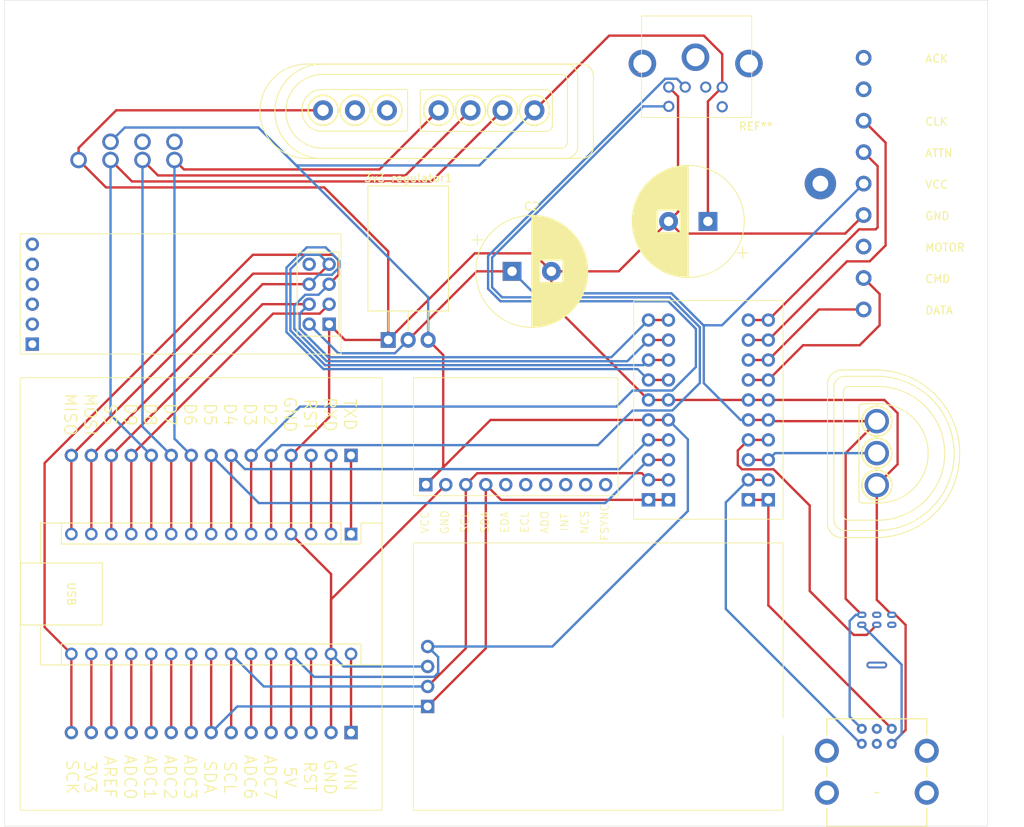
<source format=kicad_pcb>
(kicad_pcb (version 20240108) (generator "pcbnew") (generator_version "8.0")
  (layers (0 "F.Cu" signal) (31 "B.Cu" signal) (34 "B.Paste" user) (35 "F.Paste" user) (36 "B.SilkS" user "B.Silkscreen") (37 "F.SilkS" user "F.Silkscreen") (38 "B.Mask" user) (39 "F.Mask" user) (44 "Edge.Cuts" user))
  (net 0 "")
  (net 1 "Net-(3v3_regulator1-VI)")
  (net 2 "Net-(3v3_regulator1-GND)")
  (net 3 "Net-(3v3_regulator1-VO)")
  (net 4 "Net-(A1-D7)")
  (net 5 "Net-(A1-D9)")
  (net 6 "unconnected-(A1-~{RESET}-Pad3)")
  (net 7 "unconnected-(A1-~{RESET}-Pad28)")
  (net 8 "unconnected-(A1-A3-Pad22)")
  (net 9 "unconnected-(A1-3V3-Pad17)")
  (net 10 "Net-(A1-D5)")
  (net 11 "Net-(A1-A5)")
  (net 12 "Net-(A1-D3)")
  (net 13 "unconnected-(A1-A2-Pad21)")
  (net 14 "unconnected-(A1-A6-Pad25)")
  (net 15 "Net-(A1-D11)")
  (net 16 "Net-(A1-D12)")
  (net 17 "unconnected-(A1-A1-Pad20)")
  (net 18 "Net-(A1-D8)")
  (net 19 "unconnected-(A1-AREF-Pad18)")
  (net 20 "Net-(A1-D4)")
  (net 21 "Net-(A1-D2)")
  (net 22 "Net-(A1-D10)")
  (net 23 "Net-(A1-D13)")
  (net 24 "unconnected-(A1-A0-Pad19)")
  (net 25 "unconnected-(A1-A7-Pad26)")
  (net 26 "Net-(A1-D6)")
  (net 27 "unconnected-(A1-VIN-Pad30)")
  (net 28 "unconnected-(A1-D1{slash}TX-Pad1)")
  (net 29 "Net-(A1-A4)")
  (net 30 "unconnected-(A1-D0{slash}RX-Pad2)")
  (net 32 "Net-(Gamecube1-DATA)")
  (net 40 "Net-(N64_controller1-DATA)")
  (net 41 "Net-(U2-LV2)")
  (net 42 "Net-(U2-LV1)")
  (net 44 "Net-(Playstation1-DATA)")
  (net 47 "Net-(Playstation1-ATTN)")
  (net 48 "Net-(Playstation1-CLK)")
  (net 49 "Net-(Playstation1-CMD)")
  (footprint "Footprints_cez:1.5 inch oled" (layer "F.Cu") (at 121.963 117.456 90)
    (property "Reference" "Display1" (hide yes))
    (property "Value" "~")
  )
  (footprint "Footprints_cez:CONN_WII" (layer "F.Cu") (at 190.64675 129.794 180)
    (property "Reference" "wii1" (hide yes))
    (property "Value" "~")
  )
  (footprint "MountingHole:MountingHole_3.2mm_M3" (layer "F.Cu") (at 175.26 51.816)
    (property "Reference" "REF**")
    (property "Value" "MountingHole_3.2mm_M3")
  )
  (footprint "MountingHole:MountingHole_3.2mm_M3" (layer "F.Cu") (at 99.822 107.442)
    (property "Reference" "REF**" (hide yes))
    (property "Value" "MountingHole_3.2mm_M3")
  )
  (footprint "Footprints_cez:Playstation 2 controller 180" (layer "F.Cu") (at 194.17 51.571)
    (property "Reference" "Playstation1" (hide yes))
    (property "Value" "~" (hide yes))
  )
  (footprint "Capacitor_THT:CP_Radial_D14.0mm_P5.00mm" (layer "F.Cu") (at 144.272 66.04)
    (property "Reference" "C2")
    (property "Value" "CP_Radial_D10.0mm_P5.00mm")
  )
  (footprint "MountingHole:MountingHole_3.2mm_M3" (layer "F.Cu") (at 88.646 59.182)
    (property "Reference" "REF**" (hide yes))
    (property "Value" "MountingHole_3.2mm_M3")
  )
  (footprint "Footprints_cez:snes_controller_v2" (layer "F.Cu") (at 134.621 52.50075 180)
    (property "Reference" "Snes1" (hide yes))
    (property "Value" "~" (hide yes))
  )
  (footprint "Package_TO_SOT_THT:TO-220-3_Horizontal_TabDown" (layer "F.Cu") (at 128.524 74.762)
    (property "Reference" "3v3_regulator1")
    (property "Value" "LD1117V33")
  )
  (footprint "Footprints_cez:N64_controller" (layer "F.Cu") (at 206.083 89.09 -90)
    (property "Reference" "N64_controller1" (hide yes))
    (property "Value" "~")
  )
  (footprint "Footprints_cez:MPU6500" (layer "F.Cu") (at 127.165 87.922143 90)
    (property "Reference" "MPU1" (hide yes))
    (property "Value" "~" (hide yes))
  )
  (footprint "Footprints_cez:Gamecube controller" (layer "F.Cu") (at 190.55675 104.982)
    (property "Reference" "Gamecube1" (hide yes))
    (property "Value" "~" (hide yes))
  )
  (footprint "MountingHole:MountingHole_3.2mm_M3" (layer "F.Cu") (at 199.898 76.2)
    (property "Reference" "REF**" (hide yes))
    (property "Value" "MountingHole_3.2mm_M3")
  )
  (footprint "Capacitor_THT:CP_Radial_D14.0mm_P5.00mm" (layer "F.Cu") (at 169.175729 59.69 180)
    (property "Reference" "C1")
    (property "Value" "CP_Radial_D10.0mm_P5.00mm")
  )
  (footprint "Footprints_cez:ps_2 connector" (layer "F.Cu") (at 167.594 52.815 180)
    (property "Reference" "ps/2_connector1" (hide yes))
    (property "Value" "~" (hide yes))
  )
  (footprint "Footprints_cez:8 Channel Logic Level Converter" (layer "F.Cu") (at 188.287 110.4615 180)
    (property "Reference" "U2" (hide yes))
    (property "Value" "~" (hide yes))
  )
  (footprint "Footprints_cez:Nes_controller_90_degree" (layer "F.Cu") (at 97.282 64.2752 180)
    (property "Reference" "Nes1" (hide yes))
    (property "Value" "~" (hide yes))
  )
  (footprint "Footprints_cez:nRF24L01_big" (layer "F.Cu") (at 121.013 72.755 180)
    (property "Reference" "NRF1" (hide yes))
    (property "Value" "NRF24L01_Big" (hide yes))
  )
  (footprint "MountingHole:MountingHole_3.2mm_M3" (layer "F.Cu") (at 177.546 123.952)
    (property "Reference" "REF**" (hide yes))
    (property "Value" "MountingHole_3.2mm_M3")
  )
  (footprint "Footprints_cez:Arduino nano breakout" (layer "F.Cu") (at 123.797 99.444857 -90)
    (property "Reference" "A1" (hide yes))
    (property "Value" "Arduino_Nano_v3.x")
  )
  (gr_line (start 79.7365 136.564857) (end 79.7365 33.564857) (stroke (width 0.05)) (layer "Edge.Cuts"))
  (gr_line (start 204.7365 33.564857) (end 204.7365 136.564857) (stroke (width 0.05)) (layer "Edge.Cuts"))
  (gr_line (start 204.7365 31.564857) (end 204.7365 33.564857) (stroke (width 0.05)) (layer "Edge.Cuts"))
  (gr_line (start 204.7365 136.564857) (end 79.7365 136.564857) (stroke (width 0.05)) (layer "Edge.Cuts"))
  (gr_line (start 79.7365 31.564857) (end 79.7365 33.564857) (stroke (width 0.05)) (layer "Edge.Cuts"))
  (gr_line (start 204.7365 31.564857) (end 79.7365 31.564857) (stroke (width 0.05)) (layer "Edge.Cuts"))
  (segment (start 116.177 114.684857) (end 116.177 124.685) (width 0.3) (layer "F.Cu") (net 1))
  (segment (start 135.519 90.954) (end 133.312 93.161) (width 0.3) (layer "F.Cu") (net 1))
  (segment (start 133.312 93.161) (end 141.5385 84.9345) (width 0.3) (layer "F.Cu") (net 1))
  (segment (start 141.5385 84.9345) (end 161.617 84.9345) (width 0.3) (layer "F.Cu") (net 1))
  (segment (start 133.604 74.762) (end 135.519 76.677) (width 0.3) (layer "F.Cu") (net 1))
  (segment (start 147.121 45.56475) (end 156.61775 36.068) (width 0.3) (layer "F.Cu") (net 1))
  (segment (start 170.994 38.406) (end 170.994 42.615) (width 0.3) (layer "F.Cu") (net 1))
  (segment (start 164.157 84.9345) (end 161.617 84.9345) (width 0.3) (layer "F.Cu") (net 1))
  (segment (start 170.994 42.615) (end 169.175729 44.433271) (width 0.3) (layer "F.Cu") (net 1))
  (segment (start 135.519 76.677) (end 135.519 90.954) (width 0.3) (layer "F.Cu") (net 1))
  (segment (start 169.175729 44.433271) (end 169.175729 59.69) (width 0.3) (layer "F.Cu") (net 1))
  (segment (start 156.61775 36.068) (end 168.656 36.068) (width 0.3) (layer "F.Cu") (net 1))
  (segment (start 168.656 36.068) (end 170.994 38.406) (width 0.3) (layer "F.Cu") (net 1))
  (segment (start 116.84 52.578) (end 133.604 69.342) (width 0.3) (layer "B.Cu") (net 1))
  (segment (start 93.218 49.5686) (end 95.0346 47.752) (width 0.3) (layer "B.Cu") (net 1))
  (segment (start 95.0346 47.752) (end 112.014 47.752) (width 0.3) (layer "B.Cu") (net 1))
  (segment (start 149.399 113.745) (end 133.537 113.745) (width 0.3) (layer "B.Cu") (net 1))
  (segment (start 166.624 96.52) (end 149.399 113.745) (width 0.3) (layer "B.Cu") (net 1))
  (segment (start 134.365999 117.602) (end 119.094143 117.602) (width 0.3) (layer "B.Cu") (net 1))
  (segment (start 147.121 45.56475) (end 140.10775 52.578) (width 0.3) (layer "B.Cu") (net 1))
  (segment (start 133.537 113.745) (end 134.874 115.082) (width 0.3) (layer "B.Cu") (net 1))
  (segment (start 133.604 69.342) (end 133.604 74.762) (width 0.3) (layer "B.Cu") (net 1))
  (segment (start 112.014 47.752) (end 116.84 52.578) (width 0.3) (layer "B.Cu") (net 1))
  (segment (start 134.874 115.082) (end 134.874 117.093999) (width 0.3) (layer "B.Cu") (net 1))
  (segment (start 119.094143 117.602) (end 116.177 114.684857) (width 0.3) (layer "B.Cu") (net 1))
  (segment (start 134.874 117.093999) (end 134.365999 117.602) (width 0.3) (layer "B.Cu") (net 1))
  (segment (start 166.624 87.4015) (end 166.624 96.52) (width 0.3) (layer "B.Cu") (net 1))
  (segment (start 164.157 84.9345) (end 166.624 87.4015) (width 0.3) (layer "B.Cu") (net 1))
  (segment (start 140.10775 52.578) (end 116.84 52.578) (width 0.3) (layer "B.Cu") (net 1))
  (segment (start 191.6145 82.3945) (end 176.857 82.3945) (width 0.3) (layer "F.Cu") (net 2))
  (segment (start 121.257 104.524857) (end 116.177 99.444857) (width 0.3) (layer "F.Cu") (net 2))
  (segment (start 120.237 45.56475) (end 93.942607 45.56475) (width 0.3) (layer "F.Cu") (net 2))
  (segment (start 89.154 50.353357) (end 89.154 51.88) (width 0.3) (layer "F.Cu") (net 2))
  (segment (start 128.524 63.5) (end 128.524 74.762) (width 0.3) (layer "F.Cu") (net 2))
  (segment (start 149.272 66.04) (end 157.825729 66.04) (width 0.3) (layer "F.Cu") (net 2))
  (segment (start 128.524 74.762) (end 123.02 74.762) (width 0.3) (layer "F.Cu") (net 2))
  (segment (start 121.257 107.756) (end 121.257 114.684857) (width 0.3) (layer "F.Cu") (net 2))
  (segment (start 121.013 84.609) (end 116.177 89.445) (width 0.3) (layer "F.Cu") (net 2))
  (segment (start 116.177 89.445) (end 116.177 99.444857) (width 0.3) (layer "F.Cu") (net 2))
  (segment (start 193.294 90.571) (end 193.294 84.074) (width 0.3) (layer "F.Cu") (net 2))
  (segment (start 190.647 93.218) (end 193.294 90.571) (width 0.3) (layer "F.Cu") (net 2))
  (segment (start 165.725729 61.24) (end 186.624 61.24) (width 0.3) (layer "F.Cu") (net 2))
  (segment (start 190.647 107.80225) (end 192.55675 109.712) (width 0.3) (layer "F.Cu") (net 2))
  (segment (start 176.857 82.3945) (end 174.317 82.3945) (width 0.3) (layer "F.Cu") (net 2))
  (segment (start 164.175729 59.69) (end 165.725729 61.24) (width 0.3) (layer "F.Cu") (net 2))
  (segment (start 135.852 93.161) (end 121.257 107.756) (width 0.3) (layer "F.Cu") (net 2))
  (segment (start 149.272 66.04) (end 149.272 70.0495) (width 0.3) (layer "F.Cu") (net 2))
  (segment (start 164.175729 59.69) (end 165.375729 58.49) (width 0.3) (layer "F.Cu") (net 2))
  (segment (start 149.272 66.04) (end 146.986 63.754) (width 0.3) (layer "F.Cu") (net 2))
  (segment (start 190.647 93.218) (end 190.647 107.80225) (width 0.3) (layer "F.Cu") (net 2))
  (segment (start 123.02 74.762) (end 121.013 72.755) (width 0.3) (layer "F.Cu") (net 2))
  (segment (start 165.375729 43.796729) (end 164.194 42.615) (width 0.3) (layer "F.Cu") (net 2))
  (segment (start 149.272 70.0495) (end 161.617 82.3945) (width 0.3) (layer "F.Cu") (net 2))
  (segment (start 193.024 109.712) (end 194.31 110.998) (width 0.3) (layer "F.Cu") (net 2))
  (segment (start 146.986 63.754) (end 139.532 63.754) (width 0.3) (layer "F.Cu") (net 2))
  (segment (start 193.294 84.074) (end 191.6145 82.3945) (width 0.3) (layer "F.Cu") (net 2))
  (segment (start 194.31 110.998) (end 194.31 124.35275) (width 0.3) (layer "F.Cu") (net 2))
  (segment (start 93.942607 45.56475) (end 89.154 50.353357) (width 0.3) (layer "F.Cu") (net 2))
  (segment (start 164.157 82.3945) (end 174.317 82.3945) (width 0.3) (layer "F.Cu") (net 2))
  (segment (start 157.825729 66.04) (end 164.175729 59.69) (width 0.3) (layer "F.Cu") (net 2))
  (segment (start 165.375729 58.49) (end 165.375729 43.796729) (width 0.3) (layer "F.Cu") (net 2))
  (segment (start 186.624 61.24) (end 188.976 58.888) (width 0.3) (layer "F.Cu") (net 2))
  (segment (start 194.31 124.35275) (end 192.55175 126.111) (width 0.3) (layer "F.Cu") (net 2))
  (segment (start 139.532 63.754) (end 128.524 74.762) (width 0.3) (layer "F.Cu") (net 2))
  (segment (start 121.257 114.684857) (end 121.257 104.524857) (width 0.3) (layer "F.Cu") (net 2))
  (segment (start 161.617 82.3945) (end 164.157 82.3945) (width 0.3) (layer "F.Cu") (net 2))
  (segment (start 120.396 55.372) (end 128.524 63.5) (width 0.3) (layer "F.Cu") (net 2))
  (segment (start 89.154 51.88) (end 92.646 55.372) (width 0.3) (layer "F.Cu") (net 2))
  (segment (start 121.257 114.684857) (end 121.257 124.685) (width 0.3) (layer "F.Cu") (net 2))
  (segment (start 192.55675 109.712) (end 193.024 109.712) (width 0.3) (layer "F.Cu") (net 2))
  (segment (start 92.646 55.372) (end 120.396 55.372) (width 0.3) (layer "F.Cu") (net 2))
  (segment (start 121.013 72.755) (end 121.013 84.609) (width 0.3) (layer "F.Cu") (net 2))
  (segment (start 193.802 124.86075) (end 192.55175 126.111) (width 0.3) (layer "B.Cu") (net 2))
  (segment (start 133.537 116.285) (end 122.857143 116.285) (width 0.3) (layer "B.Cu") (net 2))
  (segment (start 188.73675 110.982) (end 193.802 116.04725) (width 0.3) (layer "B.Cu") (net 2))
  (segment (start 122.857143 116.285) (end 121.257 114.684857) (width 0.3) (layer "B.Cu") (net 2))
  (segment (start 193.802 116.04725) (end 193.802 124.86075) (width 0.3) (layer "B.Cu") (net 2))
  (segment (start 186.69 107.66525) (end 188.73675 109.712) (width 0.3) (layer "F.Cu") (net 3))
  (segment (start 139.786 66.04) (end 131.064 74.762) (width 0.3) (layer "F.Cu") (net 3))
  (segment (start 174.317 84.9345) (end 176.857 84.9345) (width 0.3) (layer "F.Cu") (net 3))
  (segment (start 190.647 85.09) (end 177.0125 85.09) (width 0.3) (layer "F.Cu") (net 3))
  (segment (start 190.647 85.197) (end 186.69 89.154) (width 0.3) (layer "F.Cu") (net 3))
  (segment (start 186.69 89.154) (end 186.69 107.66525) (width 0.3) (layer "F.Cu") (net 3))
  (segment (start 144.272 66.04) (end 139.786 66.04) (width 0.3) (layer "F.Cu") (net 3))
  (segment (start 190.647 85.09) (end 190.647 85.197) (width 0.3) (layer "F.Cu") (net 3))
  (segment (start 177.0125 85.09) (end 176.857 84.9345) (width 0.3) (layer "F.Cu") (net 3))
  (segment (start 170.966 72.898) (end 169.164 72.898) (width 0.3) (layer "B.Cu") (net 3))
  (segment (start 144.272 66.04) (end 147.066 68.834) (width 0.3) (layer "B.Cu") (net 3))
  (segment (start 187.976 109.712) (end 187.198 110.49) (width 0.3) (layer "B.Cu") (net 3))
  (segment (start 118.473 72.755) (end 122.172 76.454) (width 0.3) (layer "B.Cu") (net 3))
  (segment (start 129.372 76.454) (end 131.064 74.762) (width 0.3) (layer "B.Cu") (net 3))
  (segment (start 173.3265 84.9345) (end 174.317 84.9345) (width 0.3) (layer "B.Cu") (net 3))
  (segment (start 147.066 68.834) (end 164.537106 68.834) (width 0.3) (layer "B.Cu") (net 3))
  (segment (start 168.648 72.898) (end 168.648 80.256) (width 0.3) (layer "B.Cu") (net 3))
  (segment (start 188.976 54.888) (end 170.966 72.898) (width 0.3) (layer "B.Cu") (net 3))
  (segment (start 169.164 72.898) (end 168.648 72.898) (width 0.3) (layer "B.Cu") (net 3))
  (segment (start 164.537106 68.834) (end 168.601106 72.898) (width 0.3) (layer "B.Cu") (net 3))
  (segment (start 187.198 122.66225) (end 188.74175 124.206) (width 0.3) (layer "B.Cu") (net 3))
  (segment (start 187.198 110.49) (end 187.198 122.66225) (width 0.3) (layer "B.Cu") (net 3))
  (segment (start 188.73675 109.712) (end 187.976 109.712) (width 0.3) (layer "B.Cu") (net 3))
  (segment (start 168.601106 72.898) (end 169.164 72.898) (width 0.3) (layer "B.Cu") (net 3))
  (segment (start 168.648 80.256) (end 173.3265 84.9345) (width 0.3) (layer "B.Cu") (net 3))
  (segment (start 122.172 76.454) (end 129.372 76.454) (width 0.3) (layer "B.Cu") (net 3))
  (segment (start 100.937 89.445) (end 100.937 99.444857) (width 0.3) (layer "F.Cu") (net 4))
  (segment (start 130.70975 53.848) (end 99.25 53.848) (width 0.3) (layer "F.Cu") (net 4))
  (segment (start 138.993 45.56475) (end 130.70975 53.848) (width 0.3) (layer "F.Cu") (net 4))
  (segment (start 99.25 53.848) (end 97.282 51.88) (width 0.3) (layer "F.Cu") (net 4))
  (segment (start 97.282 85.79) (end 100.937 89.445) (width 0.3) (layer "B.Cu") (net 4))
  (segment (start 97.282 51.88) (end 97.282 85.79) (width 0.3) (layer "B.Cu") (net 4))
  (segment (start 113.887 71.415) (end 95.857 89.445) (width 0.3) (layer "F.Cu") (net 5))
  (segment (start 95.857 89.445) (end 95.857 99.444857) (width 0.3) (layer "F.Cu") (net 5))
  (segment (start 119.813 71.415) (end 113.887 71.415) (width 0.3) (layer "F.Cu") (net 5))
  (segment (start 121.013 70.215) (end 119.813 71.415) (width 0.3) (layer "F.Cu") (net 5))
  (segment (start 118.717 89.445) (end 118.717 99.444857) (width 0.3) (layer "F.Cu") (net 6))
  (segment (start 118.717 124.685) (end 118.717 114.684857) (width 0.3) (layer "F.Cu") (net 7))
  (segment (start 103.477 124.685) (end 103.477 114.684857) (width 0.3) (layer "F.Cu") (net 8))
  (segment (start 90.777 114.684857) (end 90.777 124.685) (width 0.3) (layer "F.Cu") (net 9))
  (segment (start 161.617 90.0145) (end 164.157 90.0145) (width 0.3) (layer "F.Cu") (net 10))
  (segment (start 106.017 89.445) (end 106.017 99.444857) (width 0.3) (layer "F.Cu") (net 10))
  (segment (start 112.076 95.504) (end 156.1275 95.504) (width 0.3) (layer "B.Cu") (net 10))
  (segment (start 106.017 89.445) (end 112.076 95.504) (width 0.3) (layer "B.Cu") (net 10))
  (segment (start 156.1275 95.504) (end 161.617 90.0145) (width 0.3) (layer "B.Cu") (net 10))
  (segment (start 138.392 93.161) (end 139.8485 91.7045) (width 0.3) (layer "F.Cu") (net 11))
  (segment (start 138.392 113.97) (end 133.537 118.825) (width 0.3) (layer "F.Cu") (net 11))
  (segment (start 108.557 124.685) (end 108.557 114.684857) (width 0.3) (layer "F.Cu") (net 11))
  (segment (start 160.767 91.7045) (end 161.617 92.5545) (width 0.3) (layer "F.Cu") (net 11))
  (segment (start 139.8485 91.7045) (end 160.767 91.7045) (width 0.3) (layer "F.Cu") (net 11))
  (segment (start 138.392 93.161) (end 138.392 113.97) (width 0.3) (layer "F.Cu") (net 11))
  (segment (start 164.157 92.5545) (end 161.617 92.5545) (width 0.3) (layer "F.Cu") (net 11))
  (segment (start 112.697143 118.825) (end 108.557 114.684857) (width 0.3) (layer "B.Cu") (net 11))
  (segment (start 133.537 118.825) (end 112.697143 118.825) (width 0.3) (layer "B.Cu") (net 11))
  (segment (start 111.097 89.445) (end 111.097 99.444857) (width 0.3) (layer "F.Cu") (net 12))
  (segment (start 166.294 42.615) (end 165.2328 41.5538) (width 0.3) (layer "B.Cu") (net 12))
  (segment (start 141.224 64.084236) (end 141.224 68.271106) (width 0.3) (layer "B.Cu") (net 12))
  (segment (start 159.5975 81.1945) (end 157.5575 83.2345) (width 0.3) (layer "B.Cu") (net 12))
  (segment (start 164.654057 81.1945) (end 159.5975 81.1945) (width 0.3) (layer "B.Cu") (net 12))
  (segment (start 164.130894 69.842) (end 167.648 73.359107) (width 0.3) (layer "B.Cu") (net 12))
  (segment (start 117.3075 83.2345) (end 111.097 89.445) (width 0.3) (layer "B.Cu") (net 12))
  (segment (start 167.648 78.200557) (end 164.654057 81.1945) (width 0.3) (layer "B.Cu") (net 12))
  (segment (start 141.224 68.271106) (end 142.794894 69.842) (width 0.3) (layer "B.Cu") (net 12))
  (segment (start 167.648 73.359107) (end 167.648 78.200557) (width 0.3) (layer "B.Cu") (net 12))
  (segment (start 163.754436 41.5538) (end 141.224 64.084236) (width 0.3) (layer "B.Cu") (net 12))
  (segment (start 142.794894 69.842) (end 164.130894 69.842) (width 0.3) (layer "B.Cu") (net 12))
  (segment (start 157.5575 83.2345) (end 117.3075 83.2345) (width 0.3) (layer "B.Cu") (net 12))
  (segment (start 165.2328 41.5538) (end 163.754436 41.5538) (width 0.3) (layer "B.Cu") (net 12))
  (segment (start 100.937 114.684857) (end 100.937 124.685) (width 0.3) (layer "F.Cu") (net 13))
  (segment (start 111.097 114.684857) (end 111.097 124.685) (width 0.3) (layer "F.Cu") (net 14))
  (segment (start 164.157 79.8545) (end 161.617 79.8545) (width 0.3) (layer "F.Cu") (net 15))
  (segment (start 118.473 67.675) (end 112.547 67.675) (width 0.3) (layer "F.Cu") (net 15))
  (segment (start 90.777 89.445) (end 90.777 99.444857) (width 0.3) (layer "F.Cu") (net 15))
  (segment (start 112.547 67.675) (end 90.777 89.445) (width 0.3) (layer "F.Cu") (net 15))
  (segment (start 115.586 65.570893) (end 115.586 73.765321) (width 0.3) (layer "B.Cu") (net 15))
  (segment (start 119.673 66.475) (end 121.370057 66.475) (width 0.3) (layer "B.Cu") (net 15))
  (segment (start 118.164893 62.992) (end 115.586 65.570893) (width 0.3) (layer "B.Cu") (net 15))
  (segment (start 122.428 64.852943) (end 120.567057 62.992) (width 0.3) (layer "B.Cu") (net 15))
  (segment (start 120.567057 62.992) (end 118.164893 62.992) (width 0.3) (layer "B.Cu") (net 15))
  (segment (start 118.473 67.675) (end 119.673 66.475) (width 0.3) (layer "B.Cu") (net 15))
  (segment (start 122.428 65.417057) (end 122.428 64.852943) (width 0.3) (layer "B.Cu") (net 15))
  (segment (start 160.2325 78.47) (end 161.617 79.8545) (width 0.3) (layer "B.Cu") (net 15))
  (segment (start 115.586 73.765321) (end 120.290679 78.47) (width 0.3) (layer "B.Cu") (net 15))
  (segment (start 120.290679 78.47) (end 160.2325 78.47) (width 0.3) (layer "B.Cu") (net 15))
  (segment (start 121.370057 66.475) (end 122.428 65.417057) (width 0.3) (layer "B.Cu") (net 15))
  (segment (start 88.237 99.444857) (end 88.237 89.445) (width 0.3) (layer "F.Cu") (net 16))
  (segment (start 121.013 65.135) (end 119.813 66.335) (width 0.3) (layer "F.Cu") (net 16))
  (segment (start 111.347 66.335) (end 88.237 89.445) (width 0.3) (layer "F.Cu") (net 16))
  (segment (start 119.813 66.335) (end 111.347 66.335) (width 0.3) (layer "F.Cu") (net 16))
  (segment (start 161.617 77.3145) (end 164.157 77.3145) (width 0.3) (layer "F.Cu") (net 16))
  (segment (start 121.013 65.135) (end 119.813 63.935) (width 0.3) (layer "B.Cu") (net 16))
  (segment (start 117.929 63.935) (end 116.086 65.778) (width 0.3) (layer "B.Cu") (net 16))
  (segment (start 120.497786 77.97) (end 160.9615 77.97) (width 0.3) (layer "B.Cu") (net 16))
  (segment (start 160.9615 77.97) (end 161.617 77.3145) (width 0.3) (layer "B.Cu") (net 16))
  (segment (start 116.086 65.778) (end 116.086 73.558214) (width 0.3) (layer "B.Cu") (net 16))
  (segment (start 116.086 73.558214) (end 120.497786 77.97) (width 0.3) (layer "B.Cu") (net 16))
  (segment (start 119.813 63.935) (end 117.929 63.935) (width 0.3) (layer "B.Cu") (net 16))
  (segment (start 98.397 124.685) (end 98.397 114.684857) (width 0.3) (layer "F.Cu") (net 17))
  (segment (start 134.01175 54.61) (end 95.948 54.61) (width 0.3) (layer "F.Cu") (net 18))
  (segment (start 98.397 99.444857) (end 98.397 89.445) (width 0.3) (layer "F.Cu") (net 18))
  (segment (start 143.057 45.56475) (end 134.01175 54.61) (width 0.3) (layer "F.Cu") (net 18))
  (segment (start 95.948 54.61) (end 93.218 51.88) (width 0.3) (layer "F.Cu") (net 18))
  (segment (start 93.218 51.88) (end 93.218 84.266) (width 0.3) (layer "B.Cu") (net 18))
  (segment (start 93.218 84.266) (end 98.397 89.445) (width 0.3) (layer "B.Cu") (net 18))
  (segment (start 93.317 124.685) (end 93.317 114.684857) (width 0.3) (layer "F.Cu") (net 19))
  (segment (start 108.557 99.444857) (end 108.557 89.445) (width 0.3) (layer "F.Cu") (net 20))
  (segment (start 164.157 87.4745) (end 161.617 87.4745) (width 0.3) (layer "F.Cu") (net 20))
  (segment (start 110.298 91.186) (end 157.9055 91.186) (width 0.3) (layer "B.Cu") (net 20))
  (segment (start 108.557 89.445) (end 110.298 91.186) (width 0.3) (layer "B.Cu") (net 20))
  (segment (start 157.9055 91.186) (end 161.617 87.4745) (width 0.3) (layer "B.Cu") (net 20))
  (segment (start 113.637 99.444857) (end 113.637 89.445) (width 0.3) (layer "F.Cu") (net 21))
  (segment (start 168.148 80.240557) (end 164.654057 83.7345) (width 0.3) (layer "B.Cu") (net 21))
  (segment (start 164.654057 83.7345) (end 159.5975 83.7345) (width 0.3) (layer "B.Cu") (net 21))
  (segment (start 159.5975 83.7345) (end 155.194 88.138) (width 0.3) (layer "B.Cu") (net 21))
  (segment (start 114.944 88.138) (end 113.637 89.445) (width 0.3) (layer "B.Cu") (net 21))
  (segment (start 141.732 64.283342) (end 141.732 68.072) (width 0.3) (layer "B.Cu") (net 21))
  (segment (start 160.950342 45.065) (end 141.732 64.283342) (width 0.3) (layer "B.Cu") (net 21))
  (segment (start 164.194 45.065) (end 160.950342 45.065) (width 0.3) (layer "B.Cu") (net 21))
  (segment (start 168.148 73.152) (end 168.148 80.240557) (width 0.3) (layer "B.Cu") (net 21))
  (segment (start 164.338 69.342) (end 168.148 73.152) (width 0.3) (layer "B.Cu") (net 21))
  (segment (start 143.002 69.342) (end 164.338 69.342) (width 0.3) (layer "B.Cu") (net 21))
  (segment (start 155.194 88.138) (end 114.944 88.138) (width 0.3) (layer "B.Cu") (net 21))
  (segment (start 141.732 68.072) (end 143.002 69.342) (width 0.3) (layer "B.Cu") (net 21))
  (segment (start 118.473 70.215) (end 112.547 70.215) (width 0.3) (layer "F.Cu") (net 22))
  (segment (start 93.317 99.444857) (end 93.317 89.445) (width 0.3) (layer "F.Cu") (net 22))
  (segment (start 161.617 72.2345) (end 164.157 72.2345) (width 0.3) (layer "F.Cu") (net 22))
  (segment (start 112.547 70.215) (end 93.317 89.445) (width 0.3) (layer "F.Cu") (net 22))
  (segment (start 156.8895 76.962) (end 161.617 72.2345) (width 0.3) (layer "B.Cu") (net 22))
  (segment (start 118.473 70.215) (end 117.273 71.415) (width 0.3) (layer "B.Cu") (net 22))
  (segment (start 120.904 76.962) (end 156.8895 76.962) (width 0.3) (layer "B.Cu") (net 22))
  (segment (start 117.273 71.415) (end 117.273 73.331) (width 0.3) (layer "B.Cu") (net 22))
  (segment (start 117.273 73.331) (end 120.904 76.962) (width 0.3) (layer "B.Cu") (net 22))
  (segment (start 84.836 90.424) (end 84.836 111.283857) (width 0.3) (layer "F.Cu") (net 23))
  (segment (start 122.213 64.637943) (end 121.510057 63.935) (width 0.3) (layer "F.Cu") (net 23))
  (segment (start 84.836 111.283857) (end 88.237 114.684857) (width 0.3) (layer "F.Cu") (net 23))
  (segment (start 164.157 74.7745) (end 161.617 74.7745) (width 0.3) (layer "F.Cu") (net 23))
  (segment (start 121.510057 63.935) (end 111.325 63.935) (width 0.3) (layer "F.Cu") (net 23))
  (segment (start 88.237 124.685) (end 88.237 114.684857) (width 0.3) (layer "F.Cu") (net 23))
  (segment (start 121.013 67.675) (end 122.213 66.475) (width 0.3) (layer "F.Cu") (net 23))
  (segment (start 122.213 66.475) (end 122.213 64.637943) (width 0.3) (layer "F.Cu") (net 23))
  (segment (start 111.325 63.935) (end 84.836 90.424) (width 0.3) (layer "F.Cu") (net 23))
  (segment (start 116.586 70.404943) (end 116.586 73.351107) (width 0.3) (layer "B.Cu") (net 23))
  (segment (start 116.586 73.351107) (end 120.704893 77.47) (width 0.3) (layer "B.Cu") (net 23))
  (segment (start 121.013 67.675) (end 119.673 69.015) (width 0.3) (layer "B.Cu") (net 23))
  (segment (start 120.704893 77.47) (end 158.9215 77.47) (width 0.3) (layer "B.Cu") (net 23))
  (segment (start 119.673 69.015) (end 117.975943 69.015) (width 0.3) (layer "B.Cu") (net 23))
  (segment (start 158.9215 77.47) (end 161.617 74.7745) (width 0.3) (layer "B.Cu") (net 23))
  (segment (start 117.975943 69.015) (end 116.586 70.404943) (width 0.3) (layer "B.Cu") (net 23))
  (segment (start 95.857 114.684857) (end 95.857 124.685) (width 0.3) (layer "F.Cu") (net 24))
  (segment (start 113.637 124.685) (end 113.637 114.684857) (width 0.3) (layer "F.Cu") (net 25))
  (segment (start 103.477 99.444857) (end 103.477 89.445) (width 0.3) (layer "F.Cu") (net 26))
  (segment (start 134.929 45.56475) (end 127.40775 53.086) (width 0.3) (layer "F.Cu") (net 26))
  (segment (start 127.40775 53.086) (end 102.552 53.086) (width 0.3) (layer "F.Cu") (net 26))
  (segment (start 102.552 53.086) (end 101.346 51.88) (width 0.3) (layer "F.Cu") (net 26))
  (segment (start 101.346 51.88) (end 101.346 87.314) (width 0.3) (layer "B.Cu") (net 26))
  (segment (start 101.346 87.314) (end 103.477 89.445) (width 0.3) (layer "B.Cu") (net 26))
  (segment (start 123.797 124.685) (end 123.797 114.684857) (width 0.3) (layer "F.Cu") (net 27))
  (segment (start 123.797 89.445) (end 123.797 99.444857) (width 0.3) (layer "F.Cu") (net 28))
  (segment (start 161.617 95.0945) (end 164.157 95.0945) (width 0.3) (layer "F.Cu") (net 29))
  (segment (start 140.932 113.97) (end 133.537 121.365) (width 0.3) (layer "F.Cu") (net 29))
  (segment (start 140.932 93.161) (end 142.8655 95.0945) (width 0.3) (layer "F.Cu") (net 29))
  (segment (start 140.932 93.161) (end 140.932 113.97) (width 0.3) (layer "F.Cu") (net 29))
  (segment (start 142.8655 95.0945) (end 161.617 95.0945) (width 0.3) (layer "F.Cu") (net 29))
  (segment (start 106.017 114.684857) (end 106.017 124.685) (width 0.3) (layer "F.Cu") (net 29))
  (segment (start 109.337 121.365) (end 106.017 124.685) (width 0.3) (layer "B.Cu") (net 29))
  (segment (start 133.537 121.365) (end 109.337 121.365) (width 0.3) (layer "B.Cu") (net 29))
  (segment (start 121.257 99.444857) (end 121.257 89.445) (width 0.3) (layer "F.Cu") (net 30))
  (segment (start 174.317 87.4745) (end 172.974 88.8175) (width 0.3) (layer "F.Cu") (net 32))
  (segment (start 173.5105 91.2145) (end 177.521278 91.2145) (width 0.3) (layer "F.Cu") (net 32))
  (segment (start 182.118 95.811222) (end 182.118 106.68) (width 0.3) (layer "F.Cu") (net 32))
  (segment (start 172.974 88.8175) (end 172.974 90.678) (width 0.3) (layer "F.Cu") (net 32))
  (segment (start 177.521278 91.2145) (end 182.118 95.811222) (width 0.3) (layer "F.Cu") (net 32))
  (segment (start 189.36075 112.268) (end 190.64675 110.982) (width 0.3) (layer "F.Cu") (net 32))
  (segment (start 176.857 87.4745) (end 174.317 87.4745) (width 0.3) (layer "F.Cu") (net 32))
  (segment (start 172.974 90.678) (end 173.5105 91.2145) (width 0.3) (layer "F.Cu") (net 32))
  (segment (start 182.118 106.68) (end 187.706 112.268) (width 0.3) (layer "F.Cu") (net 32))
  (segment (start 187.706 112.268) (end 189.36075 112.268) (width 0.3) (layer "F.Cu") (net 32))
  (segment (start 174.317 90.0145) (end 176.857 90.0145) (width 0.3) (layer "F.Cu") (net 40))
  (segment (start 190.647 89.154) (end 177.7175 89.154) (width 0.3) (layer "B.Cu") (net 40))
  (segment (start 177.7175 89.154) (end 176.857 90.0145) (width 0.3) (layer "B.Cu") (net 40))
  (segment (start 174.317 92.5545) (end 176.857 92.5545) (width 0.3) (layer "F.Cu") (net 41))
  (segment (start 171.45 95.4215) (end 174.317 92.5545) (width 0.3) (layer "B.Cu") (net 41))
  (segment (start 188.595 126.111) (end 171.45 108.966) (width 0.3) (layer "B.Cu") (net 41))
  (segment (start 171.45 108.966) (end 171.45 95.4215) (width 0.3) (layer "B.Cu") (net 41))
  (segment (start 188.74175 126.111) (end 188.595 126.111) (width 0.3) (layer "B.Cu") (net 41))
  (segment (start 192.55175 124.206) (end 176.857 108.51125) (width 0.3) (layer "F.Cu") (net 42))
  (segment (start 176.857 108.51125) (end 176.857 95.0945) (width 0.3) (layer "F.Cu") (net 42))
  (segment (start 174.317 95.0945) (end 176.857 95.0945) (width 0.3) (layer "F.Cu") (net 42))
  (segment (start 176.857 77.3145) (end 174.317 77.3145) (width 0.3) (layer "F.Cu") (net 44))
  (segment (start 188.976 70.888) (end 183.2835 70.888) (width 0.3) (layer "F.Cu") (net 44))
  (segment (start 183.2835 70.888) (end 176.857 77.3145) (width 0.3) (layer "F.Cu") (net 44))
  (segment (start 176.857 72.2345) (end 174.317 72.2345) (width 0.3) (layer "F.Cu") (net 47))
  (segment (start 190.754 60.452) (end 190.5 60.706) (width 0.3) (layer "F.Cu") (net 47))
  (segment (start 188.3855 60.706) (end 176.857 72.2345) (width 0.3) (layer "F.Cu") (net 47))
  (segment (start 188.976 50.888) (end 190.754 52.666) (width 0.3) (layer "F.Cu") (net 47))
  (segment (start 190.754 52.666) (end 190.754 60.452) (width 0.3) (layer "F.Cu") (net 47))
  (segment (start 190.5 60.706) (end 188.3855 60.706) (width 0.3) (layer "F.Cu") (net 47))
  (segment (start 189.738 64.77) (end 186.8615 64.77) (width 0.3) (layer "F.Cu") (net 48))
  (segment (start 191.77 62.738) (end 189.738 64.77) (width 0.3) (layer "F.Cu") (net 48))
  (segment (start 174.317 74.7745) (end 176.857 74.7745) (width 0.3) (layer "F.Cu") (net 48))
  (segment (start 188.976 46.888) (end 191.77 49.682) (width 0.3) (layer "F.Cu") (net 48))
  (segment (start 186.8615 64.77) (end 176.857 74.7745) (width 0.3) (layer "F.Cu") (net 48))
  (segment (start 191.77 49.682) (end 191.77 62.738) (width 0.3) (layer "F.Cu") (net 48))
  (segment (start 191.008 72.898) (end 188.468 75.438) (width 0.3) (layer "F.Cu") (net 49))
  (segment (start 188.468 75.438) (end 181.2735 75.438) (width 0.3) (layer "F.Cu") (net 49))
  (segment (start 191.008 68.92) (end 191.008 72.898) (width 0.3) (layer "F.Cu") (net 49))
  (segment (start 174.317 79.8545) (end 176.857 79.8545) (width 0.3) (layer "F.Cu") (net 49))
  (segment (start 188.976 66.888) (end 191.008 68.92) (width 0.3) (layer "F.Cu") (net 49))
  (segment (start 181.2735 75.438) (end 176.857 79.8545) (width 0.3) (layer "F.Cu") (net 49))
)
</source>
